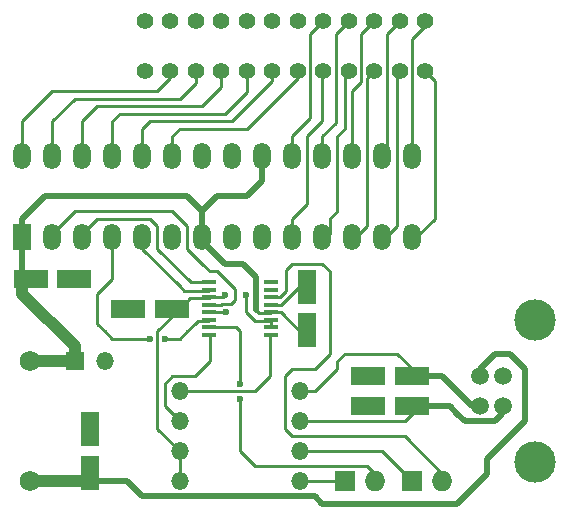
<source format=gbr>
G04 #@! TF.FileFunction,Copper,L1,Top,Signal*
%FSLAX46Y46*%
G04 Gerber Fmt 4.6, Leading zero omitted, Abs format (unit mm)*
G04 Created by KiCad (PCBNEW 4.0.5+dfsg1-4~bpo8+1) date Mon May  8 03:03:41 2017*
%MOMM*%
%LPD*%
G01*
G04 APERTURE LIST*
%ADD10C,0.100000*%
%ADD11R,2.895600X1.498600*%
%ADD12R,1.498600X2.895600*%
%ADD13R,1.498600X1.498600*%
%ADD14O,1.498600X1.498600*%
%ADD15R,1.498600X2.247900*%
%ADD16O,1.498600X2.247900*%
%ADD17C,1.397000*%
%ADD18C,1.501140*%
%ADD19C,3.500120*%
%ADD20R,1.200000X0.400000*%
%ADD21R,1.752600X1.752600*%
%ADD22O,1.752600X1.752600*%
%ADD23C,1.752600*%
%ADD24C,0.600000*%
%ADD25C,0.254000*%
%ADD26C,0.508000*%
%ADD27C,1.016000*%
G04 APERTURE END LIST*
D10*
D11*
X97218500Y-80645000D03*
X100901500Y-80645000D03*
D12*
X102235000Y-97091500D03*
X102235000Y-93408500D03*
D13*
X100965000Y-87630000D03*
D14*
X103505000Y-87630000D03*
D11*
X129476500Y-88900000D03*
X125793500Y-88900000D03*
X129476500Y-91440000D03*
X125793500Y-91440000D03*
D12*
X120650000Y-85026500D03*
X120650000Y-81343500D03*
D11*
X109156500Y-83185000D03*
X105473500Y-83185000D03*
D15*
X96520000Y-77095350D03*
D16*
X99060000Y-77095350D03*
X101600000Y-77095350D03*
X104140000Y-77095350D03*
X104140000Y-70224650D03*
X101600000Y-70224650D03*
X99060000Y-70224650D03*
X96520000Y-70224650D03*
X106680000Y-77095350D03*
X109220000Y-77095350D03*
X111760000Y-77095350D03*
X106680000Y-70224650D03*
X109220000Y-70224650D03*
X111760000Y-70224650D03*
X114300000Y-77095350D03*
X116840000Y-77095350D03*
X119380000Y-77095350D03*
X121920000Y-77095350D03*
X124460000Y-77095350D03*
X127000000Y-77095350D03*
X129540000Y-77095350D03*
X114300000Y-70224650D03*
X116840000Y-70224650D03*
X119380000Y-70224650D03*
X121920000Y-70224650D03*
X124460000Y-70224650D03*
X127000000Y-70224650D03*
X129540000Y-70224650D03*
D17*
X119824500Y-63106300D03*
X121983500Y-63106300D03*
X115506500Y-63106300D03*
X117665500Y-63106300D03*
X119824500Y-58813700D03*
X117665500Y-58813700D03*
X115506500Y-58813700D03*
X121983500Y-58813700D03*
X113347500Y-63106300D03*
X111188500Y-63106300D03*
X109029500Y-63106300D03*
X106870500Y-63106300D03*
X113347500Y-58813700D03*
X111188500Y-58813700D03*
X109029500Y-58813700D03*
X106870500Y-58813700D03*
X124142500Y-63106300D03*
X126301500Y-63106300D03*
X128460500Y-63106300D03*
X130619500Y-63106300D03*
X124142500Y-58813700D03*
X126301500Y-58813700D03*
X128460500Y-58813700D03*
X130619500Y-58813700D03*
D18*
X137236200Y-91414600D03*
X137236200Y-88925400D03*
X135229600Y-88925400D03*
X135229600Y-91414600D03*
D19*
X139954000Y-96189800D03*
X139954000Y-84150200D03*
D14*
X109855000Y-90170000D03*
X120015000Y-90170000D03*
X109855000Y-92710000D03*
X120015000Y-92710000D03*
X120015000Y-95250000D03*
X109855000Y-95250000D03*
X120015000Y-97790000D03*
X109855000Y-97790000D03*
D20*
X112335000Y-80962500D03*
X112335000Y-81597500D03*
X112335000Y-82232500D03*
X112335000Y-82867500D03*
X112335000Y-83502500D03*
X112335000Y-84137500D03*
X112335000Y-84772500D03*
X112335000Y-85407500D03*
X117535000Y-85407500D03*
X117535000Y-84772500D03*
X117535000Y-84137500D03*
X117535000Y-83502500D03*
X117535000Y-82867500D03*
X117535000Y-82232500D03*
X117535000Y-81597500D03*
X117535000Y-80962500D03*
D21*
X129540000Y-97790000D03*
D22*
X132080000Y-97790000D03*
D21*
X123825000Y-97790000D03*
D22*
X126365000Y-97790000D03*
D23*
X97155000Y-97790000D03*
X97155000Y-87630000D03*
D24*
X113792000Y-83439000D03*
X115443000Y-82042000D03*
X113665000Y-82042000D03*
X114935000Y-89535000D03*
X114935000Y-90805000D03*
X108585000Y-85725000D03*
X107315000Y-85725000D03*
D25*
X116586000Y-83566000D02*
X116332000Y-83312000D01*
X117471500Y-83566000D02*
X116586000Y-83566000D01*
D26*
X113665000Y-79375000D02*
X111760000Y-77470000D01*
X115189000Y-79375000D02*
X113665000Y-79375000D01*
X116332000Y-80518000D02*
X115189000Y-79375000D01*
X116332000Y-82042000D02*
X116332000Y-80518000D01*
X116332000Y-83312000D02*
X116332000Y-82042000D01*
D25*
X117471500Y-83566000D02*
X117535000Y-83502500D01*
D26*
X111760000Y-74930000D02*
X113030000Y-73660000D01*
X116840000Y-72390000D02*
X116840000Y-69850000D01*
X115570000Y-73660000D02*
X116840000Y-72390000D01*
X114935000Y-73660000D02*
X115570000Y-73660000D01*
X113030000Y-73660000D02*
X114935000Y-73660000D01*
X96520000Y-77470000D02*
X96520000Y-75565000D01*
X111760000Y-74930000D02*
X111760000Y-77470000D01*
X110490000Y-73660000D02*
X111760000Y-74930000D01*
X98425000Y-73660000D02*
X110490000Y-73660000D01*
X96520000Y-75565000D02*
X98425000Y-73660000D01*
D25*
X117535000Y-83502500D02*
X118427500Y-83502500D01*
X118427500Y-83502500D02*
X120650000Y-85725000D01*
D27*
X96520000Y-80645000D02*
X96520000Y-81915000D01*
X100965000Y-86360000D02*
X100965000Y-87630000D01*
X96520000Y-81915000D02*
X100965000Y-86360000D01*
X97155000Y-87630000D02*
X100965000Y-87630000D01*
D26*
X96520000Y-77470000D02*
X96520000Y-80645000D01*
D25*
X112335000Y-83502500D02*
X113728500Y-83502500D01*
X113728500Y-83502500D02*
X113792000Y-83439000D01*
X117535000Y-82867500D02*
X118427500Y-82867500D01*
X118427500Y-82867500D02*
X120650000Y-80645000D01*
D26*
X102235000Y-97790000D02*
X105410000Y-97790000D01*
X136525000Y-86995000D02*
X135229600Y-88290400D01*
X137795000Y-86995000D02*
X136525000Y-86995000D01*
X139065000Y-88265000D02*
X137795000Y-86995000D01*
X139065000Y-92710000D02*
X139065000Y-88265000D01*
X135890000Y-95885000D02*
X139065000Y-92710000D01*
X135890000Y-97155000D02*
X135890000Y-95885000D01*
X133350000Y-99695000D02*
X135890000Y-97155000D01*
X121920000Y-99695000D02*
X133350000Y-99695000D01*
X121285000Y-99060000D02*
X121920000Y-99695000D01*
X106680000Y-99060000D02*
X121285000Y-99060000D01*
X105410000Y-97790000D02*
X106680000Y-99060000D01*
X135229600Y-88290400D02*
X135229600Y-88925400D01*
D27*
X97155000Y-97790000D02*
X102235000Y-97790000D01*
D26*
X135255000Y-88265000D02*
X135255000Y-88900000D01*
X135255000Y-88900000D02*
X135229600Y-88925400D01*
D25*
X130175000Y-88900000D02*
X128270000Y-86995000D01*
X121285000Y-90170000D02*
X120015000Y-90170000D01*
X123190000Y-88265000D02*
X121285000Y-90170000D01*
X123190000Y-87630000D02*
X123190000Y-88265000D01*
X123825000Y-86995000D02*
X123190000Y-87630000D01*
X128270000Y-86995000D02*
X123825000Y-86995000D01*
D26*
X135229600Y-91414600D02*
X135204200Y-91440000D01*
X135204200Y-91440000D02*
X134620000Y-91440000D01*
X134620000Y-91440000D02*
X132080000Y-88900000D01*
X132080000Y-88900000D02*
X130175000Y-88900000D01*
D25*
X130175000Y-91440000D02*
X128905000Y-92710000D01*
X128905000Y-92710000D02*
X120015000Y-92710000D01*
D26*
X137236200Y-91414600D02*
X137160000Y-91490800D01*
X137160000Y-91490800D02*
X137160000Y-92075000D01*
X137160000Y-92075000D02*
X136525000Y-92710000D01*
X136525000Y-92710000D02*
X135890000Y-92710000D01*
X135890000Y-92710000D02*
X134620000Y-92710000D01*
X134620000Y-92710000D02*
X133985000Y-92710000D01*
X133985000Y-92710000D02*
X133350000Y-92075000D01*
X133350000Y-92075000D02*
X132715000Y-91440000D01*
X132715000Y-91440000D02*
X130175000Y-91440000D01*
D25*
X112335000Y-82232500D02*
X113474500Y-82232500D01*
X116205000Y-84201000D02*
X117471500Y-84201000D01*
X115443000Y-83439000D02*
X116205000Y-84201000D01*
X115443000Y-82042000D02*
X115443000Y-83439000D01*
X113474500Y-82232500D02*
X113665000Y-82042000D01*
X117471500Y-84201000D02*
X117535000Y-84137500D01*
X117471500Y-84074000D02*
X117535000Y-84137500D01*
X112398500Y-82296000D02*
X112335000Y-82232500D01*
X117535000Y-84137500D02*
X117535000Y-84772500D01*
X109855000Y-97790000D02*
X109855000Y-95250000D01*
X109855000Y-95250000D02*
X107950000Y-93345000D01*
X107950000Y-85090000D02*
X109855000Y-83185000D01*
X107950000Y-90170000D02*
X107950000Y-85090000D01*
X107950000Y-93345000D02*
X107950000Y-90170000D01*
X112335000Y-82232500D02*
X112271500Y-82296000D01*
X112271500Y-82296000D02*
X110744000Y-82296000D01*
X110744000Y-82296000D02*
X109855000Y-83185000D01*
X120015000Y-95250000D02*
X127000000Y-95250000D01*
X127000000Y-95250000D02*
X129540000Y-97790000D01*
X117535000Y-82232500D02*
X118300500Y-82232500D01*
X128905000Y-93980000D02*
X132080000Y-97155000D01*
X119380000Y-93980000D02*
X128905000Y-93980000D01*
X118745000Y-93345000D02*
X119380000Y-93980000D01*
X118745000Y-88900000D02*
X118745000Y-93345000D01*
X119380000Y-88265000D02*
X118745000Y-88900000D01*
X121285000Y-88265000D02*
X119380000Y-88265000D01*
X122555000Y-86995000D02*
X121285000Y-88265000D01*
X122555000Y-80010000D02*
X122555000Y-86995000D01*
X121920000Y-79375000D02*
X122555000Y-80010000D01*
X119380000Y-79375000D02*
X121920000Y-79375000D01*
X118872000Y-79883000D02*
X119380000Y-79375000D01*
X118872000Y-81661000D02*
X118872000Y-79883000D01*
X118300500Y-82232500D02*
X118872000Y-81661000D01*
X132080000Y-97155000D02*
X132080000Y-97790000D01*
X120015000Y-97790000D02*
X123825000Y-97790000D01*
X118745000Y-96520000D02*
X116205000Y-96520000D01*
X125730000Y-96520000D02*
X118745000Y-96520000D01*
X126365000Y-97155000D02*
X125730000Y-96520000D01*
X114617500Y-84772500D02*
X112335000Y-84772500D01*
X114935000Y-85090000D02*
X114617500Y-84772500D01*
X114935000Y-86360000D02*
X114935000Y-85090000D01*
X114935000Y-89535000D02*
X114935000Y-86360000D01*
X114935000Y-95250000D02*
X114935000Y-90805000D01*
X116205000Y-96520000D02*
X114935000Y-95250000D01*
X126365000Y-97790000D02*
X126365000Y-97155000D01*
X113665000Y-80645000D02*
X114300000Y-81280000D01*
X112335000Y-82867500D02*
X113347500Y-82867500D01*
X113030000Y-80010000D02*
X113665000Y-80645000D01*
X112395000Y-80010000D02*
X113030000Y-80010000D01*
X111760000Y-79375000D02*
X112395000Y-80010000D01*
X110490000Y-78105000D02*
X111760000Y-79375000D01*
X110490000Y-76200000D02*
X110490000Y-78105000D01*
X109220000Y-74930000D02*
X110490000Y-76200000D01*
X100965000Y-74930000D02*
X109220000Y-74930000D01*
X100965000Y-74930000D02*
X99060000Y-76835000D01*
X113411000Y-82804000D02*
X113347500Y-82867500D01*
X114173000Y-82804000D02*
X113411000Y-82804000D01*
X114554000Y-82423000D02*
X114173000Y-82804000D01*
X114554000Y-82169000D02*
X114554000Y-82423000D01*
X114554000Y-81534000D02*
X114554000Y-82169000D01*
X114300000Y-81280000D02*
X114554000Y-81534000D01*
X99060000Y-77470000D02*
X99060000Y-76835000D01*
X101600000Y-77470000D02*
X101600000Y-76835000D01*
X101600000Y-76835000D02*
X102870000Y-75565000D01*
X102870000Y-75565000D02*
X107315000Y-75565000D01*
X107315000Y-75565000D02*
X107950000Y-76200000D01*
X107950000Y-76200000D02*
X107950000Y-78105000D01*
X107950000Y-78105000D02*
X110807500Y-80962500D01*
X110807500Y-80962500D02*
X112335000Y-80962500D01*
X106680000Y-77470000D02*
X106680000Y-78105000D01*
X106680000Y-78105000D02*
X109855000Y-81280000D01*
X109855000Y-81280000D02*
X110236000Y-81661000D01*
X110236000Y-81661000D02*
X112271500Y-81661000D01*
X112271500Y-81661000D02*
X112335000Y-81597500D01*
X115506500Y-63106300D02*
X115506500Y-64071500D01*
X104140000Y-67310000D02*
X104140000Y-69850000D01*
X104775000Y-66675000D02*
X104140000Y-67310000D01*
X113665000Y-66675000D02*
X104775000Y-66675000D01*
X115506500Y-64833500D02*
X113665000Y-66675000D01*
X115506500Y-64071500D02*
X115506500Y-64833500D01*
X113347500Y-63106300D02*
X113347500Y-64452500D01*
X101600000Y-67310000D02*
X101600000Y-69850000D01*
X102870000Y-66040000D02*
X101600000Y-67310000D01*
X105410000Y-66040000D02*
X102870000Y-66040000D01*
X111760000Y-66040000D02*
X105410000Y-66040000D01*
X113347500Y-64452500D02*
X111760000Y-66040000D01*
X111188500Y-63106300D02*
X111188500Y-64071500D01*
X99060000Y-67310000D02*
X99060000Y-69850000D01*
X100965000Y-65405000D02*
X99060000Y-67310000D01*
X109855000Y-65405000D02*
X100965000Y-65405000D01*
X111188500Y-64071500D02*
X109855000Y-65405000D01*
X109029500Y-63106300D02*
X109029500Y-63690500D01*
X109029500Y-63690500D02*
X107950000Y-64770000D01*
X107950000Y-64770000D02*
X105410000Y-64770000D01*
X105410000Y-64770000D02*
X99060000Y-64770000D01*
X99060000Y-64770000D02*
X96520000Y-67310000D01*
X96520000Y-67310000D02*
X96520000Y-69850000D01*
X104140000Y-77470000D02*
X104140000Y-80645000D01*
X111379000Y-84201000D02*
X112271500Y-84201000D01*
X111125000Y-84455000D02*
X111379000Y-84201000D01*
X110490000Y-85090000D02*
X111125000Y-84455000D01*
X109855000Y-85725000D02*
X110490000Y-85090000D01*
X108585000Y-85725000D02*
X109855000Y-85725000D01*
X105410000Y-85725000D02*
X107315000Y-85725000D01*
X104140000Y-85725000D02*
X105410000Y-85725000D01*
X103505000Y-85090000D02*
X104140000Y-85725000D01*
X102870000Y-84455000D02*
X103505000Y-85090000D01*
X102870000Y-83185000D02*
X102870000Y-84455000D01*
X102870000Y-81915000D02*
X102870000Y-83185000D01*
X104140000Y-80645000D02*
X102870000Y-81915000D01*
X112271500Y-84201000D02*
X112335000Y-84137500D01*
X117665500Y-63106300D02*
X117665500Y-63944500D01*
X106680000Y-67945000D02*
X106680000Y-69850000D01*
X107315000Y-67310000D02*
X106680000Y-67945000D01*
X114300000Y-67310000D02*
X107315000Y-67310000D01*
X117665500Y-63944500D02*
X114300000Y-67310000D01*
X119824500Y-63106300D02*
X119824500Y-63690500D01*
X119824500Y-63690500D02*
X115570000Y-67945000D01*
X115570000Y-67945000D02*
X110490000Y-67945000D01*
X110490000Y-67945000D02*
X109855000Y-67945000D01*
X109855000Y-67945000D02*
X109220000Y-68580000D01*
X109220000Y-68580000D02*
X109220000Y-69850000D01*
X121983500Y-63106300D02*
X121920000Y-63169800D01*
X121920000Y-63169800D02*
X121920000Y-67310000D01*
X121920000Y-67310000D02*
X120650000Y-68580000D01*
X120650000Y-68580000D02*
X120650000Y-71755000D01*
X120650000Y-71755000D02*
X120650000Y-74295000D01*
X120650000Y-74295000D02*
X120015000Y-74930000D01*
X120015000Y-74930000D02*
X119380000Y-75565000D01*
X119380000Y-75565000D02*
X119380000Y-77470000D01*
X124142500Y-63106300D02*
X123825000Y-63423800D01*
X123825000Y-63423800D02*
X123825000Y-66040000D01*
X123825000Y-66040000D02*
X123825000Y-67945000D01*
X123825000Y-67945000D02*
X123190000Y-68580000D01*
X123190000Y-68580000D02*
X123190000Y-71755000D01*
X123190000Y-71755000D02*
X123190000Y-74930000D01*
X123190000Y-74930000D02*
X122555000Y-75565000D01*
X122555000Y-75565000D02*
X122555000Y-76835000D01*
X122555000Y-76835000D02*
X121920000Y-77470000D01*
X126301500Y-63106300D02*
X125730000Y-63677800D01*
X125730000Y-76200000D02*
X124460000Y-77470000D01*
X125730000Y-63677800D02*
X125730000Y-76200000D01*
X126365000Y-63169800D02*
X126301500Y-63106300D01*
X128460500Y-63106300D02*
X128270000Y-63296800D01*
X128270000Y-63296800D02*
X128270000Y-68580000D01*
X128270000Y-68580000D02*
X128270000Y-74930000D01*
X128270000Y-74930000D02*
X128270000Y-76200000D01*
X128270000Y-76200000D02*
X127000000Y-77470000D01*
X130619500Y-63106300D02*
X131445000Y-63931800D01*
X131445000Y-75565000D02*
X129540000Y-77470000D01*
X131445000Y-72390000D02*
X131445000Y-75565000D01*
X131445000Y-63931800D02*
X131445000Y-72390000D01*
X130619500Y-63106300D02*
X130619500Y-63309500D01*
X130619500Y-63309500D02*
X130810000Y-63500000D01*
X121983500Y-58813700D02*
X120904000Y-59893200D01*
X119380000Y-68580000D02*
X119380000Y-69850000D01*
X120904000Y-67056000D02*
X119380000Y-68580000D01*
X120904000Y-64262000D02*
X120904000Y-67056000D01*
X120904000Y-59893200D02*
X120904000Y-64262000D01*
X124142500Y-58813700D02*
X123063000Y-59893200D01*
X121920000Y-68580000D02*
X121920000Y-69850000D01*
X123063000Y-67437000D02*
X121920000Y-68580000D01*
X123063000Y-64262000D02*
X123063000Y-67437000D01*
X123063000Y-64135000D02*
X123063000Y-64262000D01*
X123063000Y-59893200D02*
X123063000Y-64135000D01*
X121920000Y-71120000D02*
X121920000Y-69850000D01*
X126301500Y-58813700D02*
X125222000Y-59893200D01*
X124460000Y-64770000D02*
X124460000Y-69850000D01*
X125222000Y-64008000D02*
X124460000Y-64770000D01*
X125222000Y-63881000D02*
X125222000Y-64008000D01*
X125222000Y-59893200D02*
X125222000Y-63881000D01*
X124460000Y-69850000D02*
X124142500Y-69532500D01*
X128460500Y-58813700D02*
X127381000Y-59893200D01*
X127381000Y-59893200D02*
X127381000Y-69469000D01*
X127381000Y-69469000D02*
X127000000Y-69850000D01*
X130619500Y-58813700D02*
X130619500Y-59245500D01*
X130619500Y-59245500D02*
X129540000Y-60325000D01*
X129540000Y-60325000D02*
X129540000Y-69850000D01*
X109855000Y-90170000D02*
X112395000Y-90170000D01*
X117475000Y-88900000D02*
X117475000Y-85467500D01*
X116205000Y-90170000D02*
X117475000Y-88900000D01*
X112395000Y-90170000D02*
X116205000Y-90170000D01*
X117475000Y-85467500D02*
X117535000Y-85407500D01*
X109855000Y-92710000D02*
X108585000Y-91440000D01*
X112395000Y-87630000D02*
X112395000Y-85467500D01*
X111760000Y-88265000D02*
X112395000Y-87630000D01*
X111125000Y-88900000D02*
X111760000Y-88265000D01*
X110490000Y-88900000D02*
X111125000Y-88900000D01*
X109855000Y-88900000D02*
X110490000Y-88900000D01*
X109220000Y-88900000D02*
X109855000Y-88900000D01*
X108585000Y-89535000D02*
X109220000Y-88900000D01*
X108585000Y-91440000D02*
X108585000Y-89535000D01*
X112395000Y-85467500D02*
X112335000Y-85407500D01*
M02*

</source>
